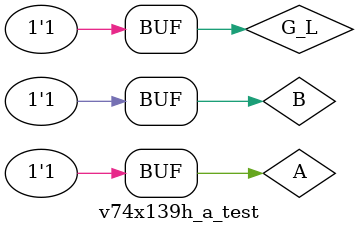
<source format=v>
`timescale 1ns / 1ps


module v74x139h_a_test;

	// Inputs
	reg G_L;
	reg A;
	reg B;

	// Outputs
	wire Y0_L;
	wire Y1_L;
	wire Y2_L;
	wire Y3_L;

	// Instantiate the Unit Under Test (UUT)
	v74x139h_a uut (
		.G_L(G_L), 
		.A(A), 
		.B(B), 
		.Y0_L(Y0_L), 
		.Y1_L(Y1_L), 
		.Y2_L(Y2_L), 
		.Y3_L(Y3_L)
	);

	initial begin
		// Initialize Inputs
		G_L = 0;
		A = 0;
		B = 0;
		#100;
      
		G_L = 0;
		A = 0;
		B = 1;
		#100;
		
		G_L = 0;
		A = 1;
		B = 0;
		#100;
		
		G_L = 0;
		A = 1;
		B = 1;
		#100;
		
		G_L = 1;
		A = 0;
		B = 0;
		#100;
		
		G_L = 1;
		A = 0;
		B = 1;
		#100;
		
		G_L = 1;
		A = 1;
		B = 0;
		#100;
		
		G_L = 1;
		A = 1;
		B = 1;
		#100;
	end
      
endmodule


</source>
